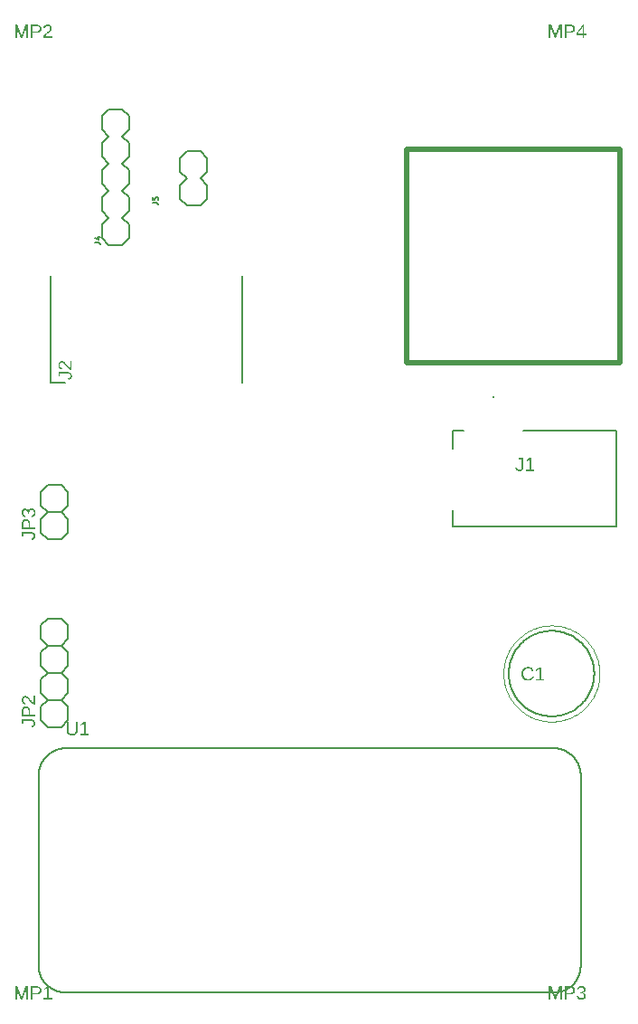
<source format=gbr>
G04 EAGLE Gerber RS-274X export*
G75*
%MOMM*%
%FSLAX34Y34*%
%LPD*%
%INSilkscreen Top*%
%IPPOS*%
%AMOC8*
5,1,8,0,0,1.08239X$1,22.5*%
G01*
G04 Define Apertures*
%ADD10C,0.508000*%
%ADD11C,0.050000*%
%ADD12C,0.200000*%
%ADD13C,0.100000*%
%ADD14C,0.203200*%
%ADD15C,0.127000*%
%ADD16C,0.152400*%
G36*
X913463Y392575D02*
X913005Y392587D01*
X912562Y392623D01*
X912135Y392684D01*
X911724Y392769D01*
X911328Y392878D01*
X910948Y393011D01*
X910584Y393168D01*
X910236Y393350D01*
X909906Y393554D01*
X909595Y393779D01*
X909306Y394025D01*
X909036Y394292D01*
X908787Y394579D01*
X908558Y394887D01*
X908349Y395216D01*
X908160Y395566D01*
X907993Y395934D01*
X907848Y396319D01*
X907725Y396721D01*
X907625Y397139D01*
X907547Y397574D01*
X907491Y398025D01*
X907457Y398493D01*
X907446Y398977D01*
X907453Y399341D01*
X907471Y399695D01*
X907502Y400039D01*
X907546Y400373D01*
X907602Y400697D01*
X907670Y401011D01*
X907751Y401315D01*
X907845Y401609D01*
X907951Y401893D01*
X908069Y402167D01*
X908343Y402685D01*
X908667Y403164D01*
X909040Y403602D01*
X909458Y403994D01*
X909914Y404334D01*
X910156Y404484D01*
X910408Y404621D01*
X910670Y404745D01*
X910941Y404856D01*
X911222Y404955D01*
X911512Y405039D01*
X911812Y405111D01*
X912121Y405170D01*
X912440Y405216D01*
X912769Y405249D01*
X913107Y405268D01*
X913455Y405275D01*
X913937Y405263D01*
X914399Y405227D01*
X914842Y405166D01*
X915263Y405082D01*
X915665Y404974D01*
X916046Y404841D01*
X916407Y404685D01*
X916748Y404504D01*
X917068Y404300D01*
X917365Y404072D01*
X917641Y403821D01*
X917895Y403547D01*
X918127Y403250D01*
X918338Y402929D01*
X918526Y402585D01*
X918692Y402218D01*
X917107Y401692D01*
X916992Y401954D01*
X916860Y402199D01*
X916712Y402429D01*
X916548Y402643D01*
X916367Y402841D01*
X916170Y403023D01*
X915957Y403189D01*
X915727Y403339D01*
X915484Y403473D01*
X915230Y403588D01*
X914965Y403686D01*
X914689Y403766D01*
X914401Y403828D01*
X914103Y403873D01*
X913793Y403899D01*
X913472Y403908D01*
X912974Y403888D01*
X912504Y403826D01*
X912063Y403723D01*
X911650Y403579D01*
X911266Y403393D01*
X910910Y403167D01*
X910583Y402899D01*
X910284Y402590D01*
X910017Y402245D01*
X909786Y401870D01*
X909590Y401464D01*
X909430Y401028D01*
X909306Y400561D01*
X909217Y400064D01*
X909163Y399536D01*
X909145Y398977D01*
X909164Y398424D01*
X909220Y397899D01*
X909312Y397401D01*
X909442Y396931D01*
X909609Y396489D01*
X909813Y396075D01*
X910054Y395688D01*
X910332Y395329D01*
X910642Y395006D01*
X910978Y394726D01*
X911340Y394489D01*
X911728Y394295D01*
X912142Y394144D01*
X912583Y394036D01*
X913050Y393971D01*
X913542Y393950D01*
X913861Y393960D01*
X914170Y393990D01*
X914469Y394040D01*
X914758Y394110D01*
X915037Y394201D01*
X915306Y394311D01*
X915564Y394441D01*
X915813Y394591D01*
X916051Y394762D01*
X916280Y394952D01*
X916498Y395163D01*
X916707Y395393D01*
X916905Y395644D01*
X917093Y395915D01*
X917272Y396205D01*
X917440Y396516D01*
X918806Y395833D01*
X918606Y395446D01*
X918387Y395084D01*
X918148Y394745D01*
X917890Y394429D01*
X917612Y394138D01*
X917316Y393871D01*
X917000Y393627D01*
X916665Y393407D01*
X916313Y393212D01*
X915947Y393043D01*
X915568Y392900D01*
X915175Y392783D01*
X914768Y392692D01*
X914347Y392627D01*
X913912Y392588D01*
X913463Y392575D01*
G37*
G36*
X928573Y392750D02*
X920839Y392750D01*
X920839Y394090D01*
X923984Y394090D01*
X923984Y403584D01*
X921198Y401596D01*
X921198Y403085D01*
X924115Y405091D01*
X925569Y405091D01*
X925569Y394090D01*
X928573Y394090D01*
X928573Y392750D01*
G37*
G36*
X919497Y588700D02*
X911763Y588700D01*
X911763Y590040D01*
X914907Y590040D01*
X914907Y599534D01*
X912122Y597546D01*
X912122Y599035D01*
X915039Y601041D01*
X916493Y601041D01*
X916493Y590040D01*
X919497Y590040D01*
X919497Y588700D01*
G37*
G36*
X905430Y588525D02*
X905049Y588538D01*
X904686Y588575D01*
X904344Y588639D01*
X904022Y588727D01*
X903720Y588841D01*
X903437Y588981D01*
X903175Y589145D01*
X902932Y589335D01*
X902709Y589550D01*
X902507Y589791D01*
X902324Y590057D01*
X902161Y590348D01*
X902018Y590664D01*
X901895Y591006D01*
X901791Y591373D01*
X901708Y591765D01*
X903346Y592037D01*
X903392Y591790D01*
X903449Y591557D01*
X903520Y591338D01*
X903602Y591133D01*
X903697Y590942D01*
X903804Y590764D01*
X903924Y590601D01*
X904055Y590452D01*
X904198Y590318D01*
X904349Y590203D01*
X904509Y590105D01*
X904677Y590025D01*
X904855Y589962D01*
X905041Y589918D01*
X905236Y589891D01*
X905439Y589882D01*
X905661Y589892D01*
X905871Y589922D01*
X906068Y589970D01*
X906254Y590039D01*
X906427Y590127D01*
X906589Y590235D01*
X906738Y590362D01*
X906876Y590509D01*
X906999Y590674D01*
X907106Y590858D01*
X907196Y591060D01*
X907270Y591280D01*
X907327Y591519D01*
X907368Y591776D01*
X907393Y592050D01*
X907401Y592344D01*
X907401Y599674D01*
X905028Y599674D01*
X905028Y601041D01*
X909065Y601041D01*
X909065Y592379D01*
X909050Y591942D01*
X909005Y591529D01*
X908929Y591140D01*
X908822Y590775D01*
X908686Y590434D01*
X908518Y590116D01*
X908321Y589823D01*
X908093Y589554D01*
X907839Y589313D01*
X907562Y589104D01*
X907263Y588927D01*
X906941Y588782D01*
X906597Y588670D01*
X906231Y588589D01*
X905842Y588541D01*
X905430Y588525D01*
G37*
G36*
X449641Y94100D02*
X447968Y94100D01*
X447968Y106441D01*
X453162Y106441D01*
X453666Y106426D01*
X454141Y106380D01*
X454587Y106304D01*
X455004Y106198D01*
X455391Y106061D01*
X455749Y105894D01*
X456077Y105696D01*
X456376Y105469D01*
X456643Y105213D01*
X456875Y104933D01*
X457070Y104627D01*
X457230Y104297D01*
X457355Y103942D01*
X457444Y103562D01*
X457497Y103157D01*
X457515Y102727D01*
X457497Y102300D01*
X457444Y101896D01*
X457354Y101514D01*
X457229Y101155D01*
X457069Y100818D01*
X456872Y100504D01*
X456640Y100212D01*
X456372Y99942D01*
X456074Y99700D01*
X455749Y99490D01*
X455400Y99312D01*
X455024Y99167D01*
X454623Y99054D01*
X454197Y98973D01*
X453745Y98925D01*
X453267Y98908D01*
X449641Y98908D01*
X449641Y94100D01*
G37*
%LPC*%
G36*
X453031Y100231D02*
X453370Y100241D01*
X453688Y100270D01*
X453983Y100318D01*
X454257Y100386D01*
X454509Y100473D01*
X454739Y100580D01*
X454947Y100705D01*
X455133Y100851D01*
X455297Y101015D01*
X455439Y101199D01*
X455560Y101403D01*
X455658Y101625D01*
X455735Y101867D01*
X455790Y102129D01*
X455823Y102409D01*
X455833Y102710D01*
X455822Y102999D01*
X455789Y103270D01*
X455732Y103522D01*
X455654Y103756D01*
X455553Y103971D01*
X455429Y104167D01*
X455284Y104344D01*
X455115Y104503D01*
X454924Y104643D01*
X454711Y104764D01*
X454476Y104867D01*
X454218Y104951D01*
X453937Y105017D01*
X453634Y105063D01*
X453309Y105091D01*
X452961Y105101D01*
X449641Y105101D01*
X449641Y100231D01*
X453031Y100231D01*
G37*
%LPD*%
G36*
X434520Y94100D02*
X433031Y94100D01*
X433031Y106441D01*
X435229Y106441D01*
X438514Y97884D01*
X438686Y97348D01*
X438851Y96776D01*
X439065Y95922D01*
X439174Y96363D01*
X439359Y96986D01*
X439546Y97567D01*
X439661Y97884D01*
X442884Y106441D01*
X445030Y106441D01*
X445030Y94100D01*
X443524Y94100D01*
X443524Y102333D01*
X443543Y103673D01*
X443602Y104961D01*
X443195Y103564D01*
X443008Y102993D01*
X442832Y102508D01*
X439643Y94100D01*
X438470Y94100D01*
X435238Y102508D01*
X434747Y103997D01*
X434458Y104961D01*
X434485Y103988D01*
X434520Y102333D01*
X434520Y94100D01*
G37*
G36*
X467534Y94100D02*
X459801Y94100D01*
X459801Y95440D01*
X462945Y95440D01*
X462945Y104934D01*
X460160Y102946D01*
X460160Y104435D01*
X463076Y106441D01*
X464530Y106441D01*
X464530Y95440D01*
X467534Y95440D01*
X467534Y94100D01*
G37*
G36*
X449641Y994100D02*
X447968Y994100D01*
X447968Y1006441D01*
X453162Y1006441D01*
X453666Y1006426D01*
X454141Y1006380D01*
X454587Y1006304D01*
X455004Y1006198D01*
X455391Y1006061D01*
X455749Y1005894D01*
X456077Y1005696D01*
X456376Y1005469D01*
X456643Y1005213D01*
X456875Y1004933D01*
X457070Y1004627D01*
X457230Y1004297D01*
X457355Y1003942D01*
X457444Y1003562D01*
X457497Y1003157D01*
X457515Y1002727D01*
X457497Y1002300D01*
X457444Y1001896D01*
X457354Y1001514D01*
X457229Y1001155D01*
X457069Y1000818D01*
X456872Y1000504D01*
X456640Y1000212D01*
X456372Y999942D01*
X456074Y999700D01*
X455749Y999490D01*
X455400Y999312D01*
X455024Y999167D01*
X454623Y999054D01*
X454197Y998973D01*
X453745Y998925D01*
X453267Y998908D01*
X449641Y998908D01*
X449641Y994100D01*
G37*
%LPC*%
G36*
X453031Y1000231D02*
X453370Y1000241D01*
X453688Y1000270D01*
X453983Y1000318D01*
X454257Y1000386D01*
X454509Y1000473D01*
X454739Y1000580D01*
X454947Y1000705D01*
X455133Y1000851D01*
X455297Y1001015D01*
X455439Y1001199D01*
X455560Y1001403D01*
X455658Y1001625D01*
X455735Y1001867D01*
X455790Y1002129D01*
X455823Y1002409D01*
X455833Y1002710D01*
X455822Y1002999D01*
X455789Y1003270D01*
X455732Y1003522D01*
X455654Y1003756D01*
X455553Y1003971D01*
X455429Y1004167D01*
X455284Y1004344D01*
X455115Y1004503D01*
X454924Y1004643D01*
X454711Y1004764D01*
X454476Y1004867D01*
X454218Y1004951D01*
X453937Y1005017D01*
X453634Y1005063D01*
X453309Y1005091D01*
X452961Y1005101D01*
X449641Y1005101D01*
X449641Y1000231D01*
X453031Y1000231D01*
G37*
%LPD*%
G36*
X434520Y994100D02*
X433031Y994100D01*
X433031Y1006441D01*
X435229Y1006441D01*
X438514Y997884D01*
X438686Y997348D01*
X438851Y996776D01*
X439065Y995922D01*
X439174Y996363D01*
X439359Y996986D01*
X439546Y997567D01*
X439661Y997884D01*
X442884Y1006441D01*
X445030Y1006441D01*
X445030Y994100D01*
X443524Y994100D01*
X443524Y1002333D01*
X443543Y1003673D01*
X443602Y1004961D01*
X443195Y1003564D01*
X443008Y1002993D01*
X442832Y1002508D01*
X439643Y994100D01*
X438470Y994100D01*
X435238Y1002508D01*
X434747Y1003997D01*
X434458Y1004961D01*
X434485Y1003988D01*
X434520Y1002333D01*
X434520Y994100D01*
G37*
G36*
X467508Y994100D02*
X459336Y994100D01*
X459336Y995212D01*
X459572Y995710D01*
X459832Y996177D01*
X460117Y996614D01*
X460427Y997021D01*
X460753Y997404D01*
X461087Y997768D01*
X461429Y998113D01*
X461780Y998440D01*
X462486Y999052D01*
X463186Y999618D01*
X463848Y1000161D01*
X464443Y1000704D01*
X464710Y1000979D01*
X464950Y1001260D01*
X465163Y1001548D01*
X465349Y1001843D01*
X465501Y1002150D01*
X465609Y1002478D01*
X465674Y1002825D01*
X465695Y1003191D01*
X465686Y1003438D01*
X465658Y1003671D01*
X465611Y1003889D01*
X465546Y1004093D01*
X465463Y1004283D01*
X465360Y1004459D01*
X465239Y1004621D01*
X465100Y1004768D01*
X464943Y1004899D01*
X464773Y1005013D01*
X464588Y1005109D01*
X464388Y1005188D01*
X464174Y1005250D01*
X463945Y1005293D01*
X463702Y1005320D01*
X463444Y1005328D01*
X463198Y1005320D01*
X462963Y1005294D01*
X462739Y1005251D01*
X462526Y1005192D01*
X462324Y1005115D01*
X462133Y1005021D01*
X461953Y1004909D01*
X461784Y1004781D01*
X461630Y1004637D01*
X461492Y1004480D01*
X461371Y1004308D01*
X461267Y1004123D01*
X461179Y1003924D01*
X461109Y1003711D01*
X461055Y1003484D01*
X461018Y1003244D01*
X459407Y1003393D01*
X459464Y1003753D01*
X459551Y1004095D01*
X459665Y1004418D01*
X459808Y1004722D01*
X459980Y1005007D01*
X460179Y1005273D01*
X460407Y1005520D01*
X460663Y1005749D01*
X460943Y1005954D01*
X461243Y1006132D01*
X461561Y1006283D01*
X461899Y1006406D01*
X462257Y1006502D01*
X462633Y1006570D01*
X463029Y1006611D01*
X463444Y1006625D01*
X463897Y1006611D01*
X464323Y1006570D01*
X464722Y1006501D01*
X465094Y1006405D01*
X465439Y1006281D01*
X465757Y1006130D01*
X466048Y1005951D01*
X466313Y1005744D01*
X466548Y1005513D01*
X466751Y1005258D01*
X466924Y1004980D01*
X467065Y1004679D01*
X467174Y1004355D01*
X467253Y1004008D01*
X467300Y1003637D01*
X467316Y1003244D01*
X467295Y1002885D01*
X467233Y1002528D01*
X467131Y1002172D01*
X466987Y1001816D01*
X466803Y1001462D01*
X466579Y1001107D01*
X466315Y1000752D01*
X466010Y1000397D01*
X465613Y999994D01*
X465067Y999493D01*
X464373Y998895D01*
X463532Y998199D01*
X463054Y997797D01*
X462627Y997416D01*
X462253Y997055D01*
X461929Y996714D01*
X461652Y996387D01*
X461417Y996065D01*
X461223Y995750D01*
X461071Y995440D01*
X467508Y995440D01*
X467508Y994100D01*
G37*
G36*
X949641Y94100D02*
X947968Y94100D01*
X947968Y106441D01*
X953162Y106441D01*
X953666Y106426D01*
X954141Y106380D01*
X954587Y106304D01*
X955004Y106198D01*
X955391Y106061D01*
X955749Y105894D01*
X956077Y105696D01*
X956376Y105469D01*
X956643Y105213D01*
X956875Y104933D01*
X957070Y104627D01*
X957230Y104297D01*
X957355Y103942D01*
X957444Y103562D01*
X957497Y103157D01*
X957515Y102727D01*
X957497Y102300D01*
X957444Y101896D01*
X957354Y101514D01*
X957229Y101155D01*
X957069Y100818D01*
X956872Y100504D01*
X956640Y100212D01*
X956372Y99942D01*
X956074Y99700D01*
X955749Y99490D01*
X955400Y99312D01*
X955024Y99167D01*
X954623Y99054D01*
X954197Y98973D01*
X953745Y98925D01*
X953267Y98908D01*
X949641Y98908D01*
X949641Y94100D01*
G37*
%LPC*%
G36*
X953031Y100231D02*
X953370Y100241D01*
X953688Y100270D01*
X953983Y100318D01*
X954257Y100386D01*
X954509Y100473D01*
X954739Y100580D01*
X954947Y100705D01*
X955133Y100851D01*
X955297Y101015D01*
X955439Y101199D01*
X955560Y101403D01*
X955658Y101625D01*
X955735Y101867D01*
X955790Y102129D01*
X955823Y102409D01*
X955833Y102710D01*
X955822Y102999D01*
X955789Y103270D01*
X955732Y103522D01*
X955654Y103756D01*
X955553Y103971D01*
X955429Y104167D01*
X955284Y104344D01*
X955115Y104503D01*
X954924Y104643D01*
X954711Y104764D01*
X954476Y104867D01*
X954218Y104951D01*
X953937Y105017D01*
X953634Y105063D01*
X953309Y105091D01*
X952961Y105101D01*
X949641Y105101D01*
X949641Y100231D01*
X953031Y100231D01*
G37*
%LPD*%
G36*
X934520Y94100D02*
X933031Y94100D01*
X933031Y106441D01*
X935229Y106441D01*
X938514Y97884D01*
X938686Y97348D01*
X938851Y96776D01*
X939065Y95922D01*
X939174Y96363D01*
X939359Y96986D01*
X939546Y97567D01*
X939661Y97884D01*
X942884Y106441D01*
X945030Y106441D01*
X945030Y94100D01*
X943524Y94100D01*
X943524Y102333D01*
X943543Y103673D01*
X943602Y104961D01*
X943195Y103564D01*
X943008Y102993D01*
X942832Y102508D01*
X939643Y94100D01*
X938470Y94100D01*
X935238Y102508D01*
X934747Y103997D01*
X934458Y104961D01*
X934485Y103988D01*
X934520Y102333D01*
X934520Y94100D01*
G37*
G36*
X963435Y93925D02*
X962979Y93938D01*
X962546Y93978D01*
X962136Y94044D01*
X961751Y94136D01*
X961389Y94255D01*
X961050Y94400D01*
X960735Y94572D01*
X960444Y94770D01*
X960179Y94994D01*
X959943Y95243D01*
X959734Y95518D01*
X959554Y95818D01*
X959403Y96143D01*
X959279Y96494D01*
X959184Y96869D01*
X959118Y97271D01*
X960747Y97419D01*
X960794Y97154D01*
X960858Y96906D01*
X960937Y96675D01*
X961033Y96462D01*
X961145Y96265D01*
X961273Y96085D01*
X961416Y95923D01*
X961576Y95777D01*
X961753Y95649D01*
X961945Y95538D01*
X962153Y95444D01*
X962377Y95367D01*
X962618Y95307D01*
X962874Y95264D01*
X963147Y95238D01*
X963435Y95230D01*
X963725Y95239D01*
X963999Y95267D01*
X964257Y95312D01*
X964499Y95377D01*
X964724Y95459D01*
X964934Y95560D01*
X965128Y95679D01*
X965305Y95817D01*
X965465Y95972D01*
X965602Y96146D01*
X965719Y96337D01*
X965815Y96546D01*
X965889Y96773D01*
X965942Y97017D01*
X965974Y97279D01*
X965984Y97560D01*
X965972Y97805D01*
X965936Y98036D01*
X965875Y98253D01*
X965790Y98456D01*
X965681Y98646D01*
X965548Y98822D01*
X965391Y98984D01*
X965209Y99132D01*
X965005Y99264D01*
X964779Y99379D01*
X964531Y99476D01*
X964262Y99555D01*
X963972Y99617D01*
X963660Y99661D01*
X963326Y99688D01*
X962971Y99697D01*
X962078Y99697D01*
X962078Y101063D01*
X962936Y101063D01*
X963251Y101072D01*
X963548Y101098D01*
X963827Y101142D01*
X964087Y101204D01*
X964329Y101284D01*
X964553Y101381D01*
X964759Y101496D01*
X964946Y101628D01*
X965114Y101776D01*
X965259Y101938D01*
X965381Y102113D01*
X965482Y102301D01*
X965560Y102503D01*
X965616Y102719D01*
X965649Y102949D01*
X965660Y103191D01*
X965651Y103432D01*
X965624Y103660D01*
X965578Y103875D01*
X965515Y104077D01*
X965433Y104266D01*
X965333Y104442D01*
X965214Y104605D01*
X965078Y104755D01*
X964923Y104889D01*
X964751Y105006D01*
X964561Y105104D01*
X964354Y105185D01*
X964129Y105248D01*
X963886Y105293D01*
X963626Y105319D01*
X963348Y105328D01*
X963094Y105320D01*
X962852Y105295D01*
X962622Y105253D01*
X962405Y105195D01*
X962201Y105120D01*
X962009Y105028D01*
X961829Y104919D01*
X961662Y104794D01*
X961509Y104654D01*
X961374Y104500D01*
X961255Y104332D01*
X961153Y104150D01*
X961068Y103955D01*
X960999Y103746D01*
X960948Y103524D01*
X960913Y103288D01*
X959328Y103410D01*
X959386Y103779D01*
X959472Y104126D01*
X959587Y104453D01*
X959730Y104759D01*
X959901Y105044D01*
X960100Y105309D01*
X960328Y105552D01*
X960585Y105775D01*
X960865Y105974D01*
X961164Y106147D01*
X961483Y106293D01*
X961821Y106412D01*
X962178Y106505D01*
X962554Y106572D01*
X962950Y106611D01*
X963365Y106625D01*
X963817Y106611D01*
X964242Y106571D01*
X964642Y106503D01*
X965015Y106409D01*
X965363Y106288D01*
X965685Y106139D01*
X965981Y105964D01*
X966251Y105762D01*
X966493Y105536D01*
X966702Y105288D01*
X966878Y105020D01*
X967023Y104730D01*
X967136Y104418D01*
X967216Y104086D01*
X967264Y103733D01*
X967280Y103358D01*
X967270Y103069D01*
X967239Y102794D01*
X967187Y102533D01*
X967115Y102286D01*
X967022Y102053D01*
X966909Y101833D01*
X966774Y101627D01*
X966619Y101435D01*
X966445Y101258D01*
X966251Y101095D01*
X966039Y100947D01*
X965808Y100815D01*
X965558Y100697D01*
X965290Y100594D01*
X965003Y100506D01*
X964697Y100432D01*
X964697Y100397D01*
X965033Y100350D01*
X965350Y100284D01*
X965648Y100197D01*
X965927Y100091D01*
X966187Y99965D01*
X966428Y99819D01*
X966649Y99654D01*
X966851Y99469D01*
X967032Y99268D01*
X967189Y99054D01*
X967321Y98828D01*
X967429Y98589D01*
X967514Y98337D01*
X967574Y98073D01*
X967610Y97796D01*
X967622Y97507D01*
X967605Y97092D01*
X967554Y96701D01*
X967469Y96335D01*
X967351Y95992D01*
X967198Y95673D01*
X967011Y95379D01*
X966791Y95108D01*
X966536Y94862D01*
X966250Y94642D01*
X965935Y94452D01*
X965591Y94291D01*
X965218Y94159D01*
X964816Y94057D01*
X964385Y93983D01*
X963925Y93940D01*
X963435Y93925D01*
G37*
G36*
X949641Y994100D02*
X947968Y994100D01*
X947968Y1006441D01*
X953162Y1006441D01*
X953666Y1006426D01*
X954141Y1006380D01*
X954587Y1006304D01*
X955004Y1006198D01*
X955391Y1006061D01*
X955749Y1005894D01*
X956077Y1005696D01*
X956376Y1005469D01*
X956643Y1005213D01*
X956875Y1004933D01*
X957070Y1004627D01*
X957230Y1004297D01*
X957355Y1003942D01*
X957444Y1003562D01*
X957497Y1003157D01*
X957515Y1002727D01*
X957497Y1002300D01*
X957444Y1001896D01*
X957354Y1001514D01*
X957229Y1001155D01*
X957069Y1000818D01*
X956872Y1000504D01*
X956640Y1000212D01*
X956372Y999942D01*
X956074Y999700D01*
X955749Y999490D01*
X955400Y999312D01*
X955024Y999167D01*
X954623Y999054D01*
X954197Y998973D01*
X953745Y998925D01*
X953267Y998908D01*
X949641Y998908D01*
X949641Y994100D01*
G37*
%LPC*%
G36*
X953031Y1000231D02*
X953370Y1000241D01*
X953688Y1000270D01*
X953983Y1000318D01*
X954257Y1000386D01*
X954509Y1000473D01*
X954739Y1000580D01*
X954947Y1000705D01*
X955133Y1000851D01*
X955297Y1001015D01*
X955439Y1001199D01*
X955560Y1001403D01*
X955658Y1001625D01*
X955735Y1001867D01*
X955790Y1002129D01*
X955823Y1002409D01*
X955833Y1002710D01*
X955822Y1002999D01*
X955789Y1003270D01*
X955732Y1003522D01*
X955654Y1003756D01*
X955553Y1003971D01*
X955429Y1004167D01*
X955284Y1004344D01*
X955115Y1004503D01*
X954924Y1004643D01*
X954711Y1004764D01*
X954476Y1004867D01*
X954218Y1004951D01*
X953937Y1005017D01*
X953634Y1005063D01*
X953309Y1005091D01*
X952961Y1005101D01*
X949641Y1005101D01*
X949641Y1000231D01*
X953031Y1000231D01*
G37*
%LPD*%
G36*
X934520Y994100D02*
X933031Y994100D01*
X933031Y1006441D01*
X935229Y1006441D01*
X938514Y997884D01*
X938686Y997348D01*
X938851Y996776D01*
X939065Y995922D01*
X939174Y996363D01*
X939359Y996986D01*
X939546Y997567D01*
X939661Y997884D01*
X942884Y1006441D01*
X945030Y1006441D01*
X945030Y994100D01*
X943524Y994100D01*
X943524Y1002333D01*
X943543Y1003673D01*
X943602Y1004961D01*
X943195Y1003564D01*
X943008Y1002993D01*
X942832Y1002508D01*
X939643Y994100D01*
X938470Y994100D01*
X935238Y1002508D01*
X934747Y1003997D01*
X934458Y1004961D01*
X934485Y1003988D01*
X934520Y1002333D01*
X934520Y994100D01*
G37*
G36*
X966151Y994100D02*
X964662Y994100D01*
X964662Y996894D01*
X958846Y996894D01*
X958846Y998120D01*
X964495Y1006441D01*
X966151Y1006441D01*
X966151Y998138D01*
X967885Y998138D01*
X967885Y996894D01*
X966151Y996894D01*
X966151Y994100D01*
G37*
%LPC*%
G36*
X964662Y998138D02*
X964662Y1004663D01*
X964416Y1004199D01*
X964075Y1003621D01*
X960913Y998961D01*
X960440Y998313D01*
X960300Y998138D01*
X964662Y998138D01*
G37*
%LPD*%
G36*
X485988Y683587D02*
X484876Y683587D01*
X484378Y683822D01*
X483911Y684083D01*
X483474Y684368D01*
X483067Y684677D01*
X482684Y685003D01*
X482320Y685337D01*
X481975Y685680D01*
X481648Y686030D01*
X481036Y686737D01*
X480470Y687436D01*
X479927Y688098D01*
X479384Y688693D01*
X479109Y688960D01*
X478828Y689200D01*
X478540Y689413D01*
X478245Y689599D01*
X477938Y689751D01*
X477610Y689859D01*
X477263Y689924D01*
X476897Y689945D01*
X476650Y689936D01*
X476417Y689908D01*
X476199Y689862D01*
X475995Y689797D01*
X475805Y689713D01*
X475629Y689610D01*
X475467Y689489D01*
X475320Y689350D01*
X475189Y689194D01*
X475075Y689023D01*
X474979Y688838D01*
X474900Y688638D01*
X474838Y688424D01*
X474795Y688195D01*
X474768Y687952D01*
X474760Y687694D01*
X474768Y687448D01*
X474794Y687213D01*
X474837Y686989D01*
X474896Y686776D01*
X474973Y686574D01*
X475067Y686383D01*
X475179Y686203D01*
X475307Y686035D01*
X475451Y685880D01*
X475608Y685742D01*
X475780Y685621D01*
X475965Y685517D01*
X476164Y685430D01*
X476377Y685359D01*
X476604Y685305D01*
X476844Y685268D01*
X476695Y683657D01*
X476335Y683715D01*
X475993Y683801D01*
X475670Y683916D01*
X475366Y684059D01*
X475081Y684230D01*
X474815Y684429D01*
X474568Y684657D01*
X474339Y684914D01*
X474134Y685194D01*
X473956Y685493D01*
X473805Y685812D01*
X473682Y686150D01*
X473586Y686507D01*
X473518Y686883D01*
X473477Y687279D01*
X473463Y687694D01*
X473477Y688147D01*
X473518Y688573D01*
X473587Y688972D01*
X473683Y689344D01*
X473807Y689689D01*
X473958Y690008D01*
X474137Y690299D01*
X474344Y690563D01*
X474575Y690798D01*
X474830Y691002D01*
X475108Y691174D01*
X475409Y691315D01*
X475733Y691425D01*
X476080Y691503D01*
X476451Y691550D01*
X476844Y691566D01*
X477203Y691545D01*
X477560Y691484D01*
X477916Y691381D01*
X478272Y691237D01*
X478626Y691053D01*
X478981Y690829D01*
X479336Y690565D01*
X479691Y690261D01*
X480094Y689863D01*
X480595Y689317D01*
X481193Y688623D01*
X481889Y687782D01*
X482291Y687304D01*
X482672Y686878D01*
X483033Y686503D01*
X483374Y686179D01*
X483701Y685902D01*
X484023Y685667D01*
X484338Y685473D01*
X484648Y685321D01*
X484648Y691758D01*
X485988Y691758D01*
X485988Y683587D01*
G37*
G36*
X482923Y673996D02*
X482651Y675634D01*
X482898Y675680D01*
X483131Y675737D01*
X483350Y675808D01*
X483555Y675890D01*
X483747Y675985D01*
X483924Y676092D01*
X484087Y676212D01*
X484236Y676343D01*
X484370Y676486D01*
X484485Y676637D01*
X484583Y676797D01*
X484663Y676965D01*
X484726Y677143D01*
X484770Y677329D01*
X484797Y677524D01*
X484806Y677727D01*
X484796Y677949D01*
X484766Y678159D01*
X484718Y678356D01*
X484649Y678542D01*
X484561Y678715D01*
X484453Y678877D01*
X484326Y679026D01*
X484179Y679164D01*
X484014Y679287D01*
X483830Y679394D01*
X483628Y679484D01*
X483408Y679558D01*
X483169Y679615D01*
X482912Y679656D01*
X482638Y679681D01*
X482344Y679689D01*
X475014Y679689D01*
X475014Y677316D01*
X473647Y677316D01*
X473647Y681353D01*
X482309Y681353D01*
X482746Y681338D01*
X483159Y681293D01*
X483548Y681217D01*
X483913Y681110D01*
X484254Y680974D01*
X484572Y680806D01*
X484865Y680609D01*
X485134Y680381D01*
X485375Y680127D01*
X485584Y679850D01*
X485761Y679551D01*
X485906Y679229D01*
X486018Y678885D01*
X486099Y678519D01*
X486147Y678130D01*
X486163Y677718D01*
X486151Y677337D01*
X486113Y676974D01*
X486049Y676632D01*
X485961Y676310D01*
X485847Y676008D01*
X485707Y675725D01*
X485543Y675463D01*
X485353Y675220D01*
X485138Y674997D01*
X484897Y674795D01*
X484631Y674612D01*
X484340Y674449D01*
X484024Y674306D01*
X483682Y674183D01*
X483315Y674079D01*
X482923Y673996D01*
G37*
G36*
X486282Y341127D02*
X485910Y341135D01*
X485549Y341161D01*
X485200Y341204D01*
X484864Y341265D01*
X484539Y341342D01*
X484226Y341437D01*
X483926Y341549D01*
X483637Y341679D01*
X483363Y341824D01*
X483104Y341986D01*
X482861Y342163D01*
X482635Y342355D01*
X482424Y342563D01*
X482228Y342787D01*
X482049Y343026D01*
X481886Y343281D01*
X481740Y343550D01*
X481614Y343832D01*
X481507Y344126D01*
X481419Y344433D01*
X481351Y344753D01*
X481303Y345085D01*
X481274Y345429D01*
X481264Y345786D01*
X481264Y353643D01*
X482937Y353643D01*
X482937Y345927D01*
X482950Y345517D01*
X482990Y345132D01*
X483057Y344773D01*
X483151Y344440D01*
X483272Y344132D01*
X483420Y343849D01*
X483594Y343592D01*
X483795Y343360D01*
X484022Y343155D01*
X484272Y342977D01*
X484546Y342827D01*
X484844Y342703D01*
X485166Y342608D01*
X485511Y342539D01*
X485881Y342498D01*
X486274Y342484D01*
X486678Y342499D01*
X487060Y342541D01*
X487418Y342612D01*
X487753Y342711D01*
X488065Y342839D01*
X488354Y342994D01*
X488619Y343178D01*
X488862Y343391D01*
X489078Y343631D01*
X489266Y343896D01*
X489425Y344188D01*
X489555Y344507D01*
X489656Y344851D01*
X489728Y345221D01*
X489771Y345618D01*
X489786Y346040D01*
X489786Y353643D01*
X491450Y353643D01*
X491450Y345944D01*
X491440Y345576D01*
X491410Y345221D01*
X491361Y344879D01*
X491291Y344549D01*
X491202Y344233D01*
X491093Y343929D01*
X490964Y343638D01*
X490815Y343360D01*
X490648Y343097D01*
X490465Y342849D01*
X490265Y342618D01*
X490049Y342402D01*
X489816Y342203D01*
X489567Y342019D01*
X489301Y341852D01*
X489020Y341701D01*
X488723Y341566D01*
X488413Y341450D01*
X488091Y341351D01*
X487755Y341270D01*
X487406Y341208D01*
X487045Y341163D01*
X486670Y341136D01*
X486282Y341127D01*
G37*
G36*
X501918Y341302D02*
X494184Y341302D01*
X494184Y342642D01*
X497328Y342642D01*
X497328Y352136D01*
X494543Y350148D01*
X494543Y351637D01*
X497460Y353643D01*
X498913Y353643D01*
X498913Y342642D01*
X501918Y342642D01*
X501918Y341302D01*
G37*
G36*
X451712Y358878D02*
X439371Y358878D01*
X439371Y364072D01*
X439386Y364576D01*
X439432Y365051D01*
X439508Y365497D01*
X439614Y365913D01*
X439751Y366301D01*
X439918Y366659D01*
X440116Y366987D01*
X440343Y367286D01*
X440599Y367553D01*
X440879Y367785D01*
X441185Y367980D01*
X441515Y368140D01*
X441870Y368265D01*
X442250Y368354D01*
X442655Y368407D01*
X443085Y368425D01*
X443512Y368407D01*
X443916Y368354D01*
X444298Y368264D01*
X444657Y368139D01*
X444994Y367979D01*
X445308Y367782D01*
X445600Y367550D01*
X445870Y367282D01*
X446112Y366983D01*
X446322Y366659D01*
X446500Y366310D01*
X446645Y365934D01*
X446758Y365533D01*
X446839Y365107D01*
X446887Y364655D01*
X446904Y364177D01*
X446904Y360551D01*
X451712Y360551D01*
X451712Y358878D01*
G37*
%LPC*%
G36*
X445581Y360551D02*
X445581Y363941D01*
X445571Y364280D01*
X445542Y364598D01*
X445494Y364893D01*
X445426Y365167D01*
X445339Y365419D01*
X445232Y365649D01*
X445107Y365857D01*
X444961Y366043D01*
X444797Y366207D01*
X444613Y366349D01*
X444409Y366470D01*
X444187Y366568D01*
X443945Y366645D01*
X443683Y366700D01*
X443403Y366732D01*
X443102Y366743D01*
X442813Y366732D01*
X442542Y366698D01*
X442290Y366642D01*
X442056Y366564D01*
X441841Y366463D01*
X441645Y366339D01*
X441468Y366193D01*
X441309Y366025D01*
X441169Y365834D01*
X441048Y365621D01*
X440945Y365386D01*
X440861Y365127D01*
X440795Y364847D01*
X440749Y364544D01*
X440721Y364218D01*
X440711Y363871D01*
X440711Y360551D01*
X445581Y360551D01*
G37*
%LPD*%
G36*
X451712Y370246D02*
X450600Y370246D01*
X450102Y370482D01*
X449635Y370742D01*
X449198Y371027D01*
X448791Y371337D01*
X448408Y371663D01*
X448044Y371997D01*
X447699Y372339D01*
X447372Y372690D01*
X446760Y373396D01*
X446194Y374096D01*
X445651Y374758D01*
X445108Y375353D01*
X444833Y375619D01*
X444552Y375860D01*
X444264Y376073D01*
X443969Y376259D01*
X443662Y376410D01*
X443334Y376519D01*
X442987Y376583D01*
X442621Y376605D01*
X442374Y376596D01*
X442141Y376568D01*
X441923Y376521D01*
X441719Y376456D01*
X441529Y376372D01*
X441353Y376270D01*
X441191Y376149D01*
X441044Y376010D01*
X440913Y375853D01*
X440799Y375683D01*
X440703Y375498D01*
X440624Y375298D01*
X440562Y375084D01*
X440519Y374855D01*
X440492Y374612D01*
X440484Y374354D01*
X440492Y374108D01*
X440518Y373873D01*
X440561Y373649D01*
X440620Y373436D01*
X440697Y373234D01*
X440791Y373043D01*
X440903Y372863D01*
X441031Y372694D01*
X441175Y372540D01*
X441332Y372402D01*
X441504Y372281D01*
X441689Y372177D01*
X441888Y372089D01*
X442101Y372019D01*
X442328Y371965D01*
X442568Y371928D01*
X442419Y370316D01*
X442059Y370374D01*
X441717Y370461D01*
X441394Y370575D01*
X441090Y370718D01*
X440805Y370890D01*
X440539Y371089D01*
X440292Y371317D01*
X440063Y371573D01*
X439858Y371853D01*
X439680Y372153D01*
X439529Y372471D01*
X439406Y372809D01*
X439310Y373167D01*
X439242Y373543D01*
X439201Y373939D01*
X439187Y374354D01*
X439201Y374807D01*
X439242Y375233D01*
X439311Y375632D01*
X439407Y376004D01*
X439531Y376349D01*
X439682Y376667D01*
X439861Y376958D01*
X440068Y377223D01*
X440299Y377458D01*
X440554Y377661D01*
X440832Y377834D01*
X441133Y377975D01*
X441457Y378084D01*
X441804Y378163D01*
X442175Y378210D01*
X442568Y378225D01*
X442927Y378205D01*
X443284Y378143D01*
X443640Y378041D01*
X443996Y377897D01*
X444350Y377713D01*
X444705Y377489D01*
X445060Y377224D01*
X445415Y376920D01*
X445818Y376522D01*
X446319Y375977D01*
X446917Y375283D01*
X447613Y374442D01*
X448015Y373964D01*
X448396Y373537D01*
X448757Y373162D01*
X449098Y372839D01*
X449425Y372562D01*
X449747Y372327D01*
X450062Y372133D01*
X450372Y371981D01*
X450372Y378418D01*
X451712Y378418D01*
X451712Y370246D01*
G37*
G36*
X448647Y348718D02*
X448375Y350356D01*
X448622Y350402D01*
X448855Y350460D01*
X449074Y350530D01*
X449279Y350612D01*
X449471Y350707D01*
X449648Y350814D01*
X449811Y350934D01*
X449960Y351066D01*
X450094Y351208D01*
X450209Y351359D01*
X450307Y351519D01*
X450387Y351687D01*
X450450Y351865D01*
X450494Y352051D01*
X450521Y352246D01*
X450530Y352449D01*
X450520Y352671D01*
X450490Y352881D01*
X450442Y353078D01*
X450373Y353264D01*
X450285Y353437D01*
X450177Y353599D01*
X450050Y353748D01*
X449903Y353886D01*
X449738Y354009D01*
X449554Y354116D01*
X449352Y354206D01*
X449132Y354280D01*
X448893Y354337D01*
X448636Y354378D01*
X448362Y354403D01*
X448068Y354411D01*
X440738Y354411D01*
X440738Y352038D01*
X439371Y352038D01*
X439371Y356075D01*
X448033Y356075D01*
X448470Y356060D01*
X448883Y356015D01*
X449272Y355939D01*
X449637Y355832D01*
X449978Y355696D01*
X450296Y355529D01*
X450589Y355331D01*
X450858Y355103D01*
X451099Y354849D01*
X451308Y354572D01*
X451485Y354273D01*
X451630Y353952D01*
X451742Y353607D01*
X451823Y353241D01*
X451871Y352852D01*
X451887Y352441D01*
X451875Y352059D01*
X451837Y351697D01*
X451773Y351354D01*
X451685Y351032D01*
X451571Y350730D01*
X451431Y350447D01*
X451267Y350185D01*
X451077Y349942D01*
X450862Y349720D01*
X450621Y349517D01*
X450355Y349334D01*
X450064Y349171D01*
X449748Y349028D01*
X449406Y348905D01*
X449039Y348802D01*
X448647Y348718D01*
G37*
G36*
X451712Y534278D02*
X439371Y534278D01*
X439371Y539472D01*
X439386Y539976D01*
X439432Y540451D01*
X439508Y540897D01*
X439614Y541313D01*
X439751Y541701D01*
X439918Y542059D01*
X440116Y542387D01*
X440343Y542686D01*
X440599Y542953D01*
X440879Y543185D01*
X441185Y543380D01*
X441515Y543540D01*
X441870Y543665D01*
X442250Y543754D01*
X442655Y543807D01*
X443085Y543825D01*
X443512Y543807D01*
X443916Y543754D01*
X444298Y543664D01*
X444657Y543539D01*
X444994Y543379D01*
X445308Y543182D01*
X445600Y542950D01*
X445870Y542682D01*
X446112Y542383D01*
X446322Y542059D01*
X446500Y541710D01*
X446645Y541334D01*
X446758Y540933D01*
X446839Y540507D01*
X446887Y540055D01*
X446904Y539577D01*
X446904Y535951D01*
X451712Y535951D01*
X451712Y534278D01*
G37*
%LPC*%
G36*
X445581Y535951D02*
X445581Y539341D01*
X445571Y539680D01*
X445542Y539998D01*
X445494Y540293D01*
X445426Y540567D01*
X445339Y540819D01*
X445232Y541049D01*
X445107Y541257D01*
X444961Y541443D01*
X444797Y541607D01*
X444613Y541749D01*
X444409Y541870D01*
X444187Y541968D01*
X443945Y542045D01*
X443683Y542100D01*
X443403Y542132D01*
X443102Y542143D01*
X442813Y542132D01*
X442542Y542098D01*
X442290Y542042D01*
X442056Y541964D01*
X441841Y541863D01*
X441645Y541739D01*
X441468Y541593D01*
X441309Y541425D01*
X441169Y541234D01*
X441048Y541021D01*
X440945Y540786D01*
X440861Y540527D01*
X440795Y540247D01*
X440749Y539944D01*
X440721Y539618D01*
X440711Y539271D01*
X440711Y535951D01*
X445581Y535951D01*
G37*
%LPD*%
G36*
X448541Y545427D02*
X448393Y547057D01*
X448658Y547104D01*
X448906Y547167D01*
X449137Y547247D01*
X449351Y547343D01*
X449547Y547455D01*
X449727Y547582D01*
X449889Y547726D01*
X450035Y547886D01*
X450163Y548062D01*
X450274Y548255D01*
X450368Y548463D01*
X450445Y548687D01*
X450505Y548928D01*
X450548Y549184D01*
X450574Y549457D01*
X450582Y549745D01*
X450573Y550035D01*
X450546Y550309D01*
X450500Y550567D01*
X450435Y550808D01*
X450353Y551034D01*
X450252Y551244D01*
X450133Y551438D01*
X449995Y551615D01*
X449840Y551774D01*
X449666Y551912D01*
X449475Y552029D01*
X449266Y552124D01*
X449039Y552199D01*
X448795Y552252D01*
X448533Y552284D01*
X448252Y552294D01*
X448008Y552282D01*
X447776Y552246D01*
X447559Y552185D01*
X447356Y552100D01*
X447166Y551991D01*
X446990Y551858D01*
X446828Y551701D01*
X446680Y551519D01*
X446548Y551314D01*
X446433Y551088D01*
X446336Y550841D01*
X446257Y550572D01*
X446195Y550281D01*
X446151Y549970D01*
X446124Y549636D01*
X446115Y549281D01*
X446115Y548388D01*
X444749Y548388D01*
X444749Y549246D01*
X444740Y549561D01*
X444714Y549858D01*
X444670Y550136D01*
X444608Y550397D01*
X444528Y550639D01*
X444431Y550863D01*
X444316Y551069D01*
X444184Y551256D01*
X444036Y551424D01*
X443875Y551569D01*
X443699Y551691D01*
X443511Y551792D01*
X443309Y551870D01*
X443093Y551925D01*
X442864Y551959D01*
X442621Y551970D01*
X442380Y551961D01*
X442152Y551934D01*
X441937Y551888D01*
X441735Y551824D01*
X441546Y551743D01*
X441370Y551642D01*
X441207Y551524D01*
X441057Y551388D01*
X440923Y551233D01*
X440806Y551061D01*
X440708Y550871D01*
X440627Y550664D01*
X440564Y550439D01*
X440519Y550196D01*
X440493Y549936D01*
X440484Y549658D01*
X440492Y549403D01*
X440517Y549162D01*
X440559Y548932D01*
X440617Y548715D01*
X440692Y548511D01*
X440784Y548319D01*
X440893Y548139D01*
X441018Y547972D01*
X441158Y547819D01*
X441312Y547684D01*
X441480Y547565D01*
X441662Y547463D01*
X441857Y547377D01*
X442066Y547309D01*
X442288Y547258D01*
X442524Y547223D01*
X442402Y545638D01*
X442033Y545696D01*
X441686Y545782D01*
X441359Y545896D01*
X441053Y546039D01*
X440768Y546211D01*
X440503Y546410D01*
X440260Y546638D01*
X440037Y546894D01*
X439838Y547175D01*
X439665Y547474D01*
X439519Y547793D01*
X439400Y548131D01*
X439307Y548488D01*
X439240Y548864D01*
X439201Y549260D01*
X439187Y549675D01*
X439201Y550127D01*
X439241Y550552D01*
X439309Y550952D01*
X439403Y551325D01*
X439524Y551673D01*
X439673Y551995D01*
X439848Y552291D01*
X440050Y552561D01*
X440276Y552802D01*
X440524Y553011D01*
X440793Y553188D01*
X441082Y553333D01*
X441394Y553446D01*
X441726Y553526D01*
X442079Y553574D01*
X442454Y553590D01*
X442743Y553580D01*
X443018Y553549D01*
X443279Y553497D01*
X443526Y553425D01*
X443759Y553332D01*
X443979Y553218D01*
X444185Y553084D01*
X444377Y552929D01*
X444554Y552754D01*
X444717Y552561D01*
X444865Y552349D01*
X444998Y552118D01*
X445115Y551868D01*
X445218Y551600D01*
X445306Y551313D01*
X445380Y551007D01*
X445415Y551007D01*
X445462Y551343D01*
X445528Y551660D01*
X445615Y551958D01*
X445721Y552237D01*
X445847Y552497D01*
X445993Y552738D01*
X446158Y552959D01*
X446343Y553161D01*
X446544Y553342D01*
X446758Y553498D01*
X446984Y553631D01*
X447223Y553739D01*
X447475Y553824D01*
X447739Y553884D01*
X448016Y553920D01*
X448305Y553932D01*
X448720Y553915D01*
X449111Y553864D01*
X449478Y553779D01*
X449820Y553660D01*
X450139Y553508D01*
X450433Y553321D01*
X450704Y553100D01*
X450950Y552846D01*
X451170Y552560D01*
X451360Y552245D01*
X451521Y551901D01*
X451653Y551528D01*
X451755Y551126D01*
X451829Y550695D01*
X451873Y550234D01*
X451887Y549745D01*
X451874Y549289D01*
X451834Y548856D01*
X451768Y548446D01*
X451676Y548060D01*
X451557Y547698D01*
X451412Y547360D01*
X451240Y547045D01*
X451042Y546754D01*
X450818Y546489D01*
X450569Y546253D01*
X450294Y546044D01*
X449994Y545864D01*
X449669Y545713D01*
X449318Y545589D01*
X448943Y545494D01*
X448541Y545427D01*
G37*
G36*
X448647Y524118D02*
X448375Y525756D01*
X448622Y525802D01*
X448855Y525860D01*
X449074Y525930D01*
X449279Y526012D01*
X449471Y526107D01*
X449648Y526214D01*
X449811Y526334D01*
X449960Y526466D01*
X450094Y526608D01*
X450209Y526759D01*
X450307Y526919D01*
X450387Y527087D01*
X450450Y527265D01*
X450494Y527451D01*
X450521Y527646D01*
X450530Y527849D01*
X450520Y528071D01*
X450490Y528281D01*
X450442Y528478D01*
X450373Y528664D01*
X450285Y528837D01*
X450177Y528999D01*
X450050Y529148D01*
X449903Y529286D01*
X449738Y529409D01*
X449554Y529516D01*
X449352Y529606D01*
X449132Y529680D01*
X448893Y529737D01*
X448636Y529778D01*
X448362Y529803D01*
X448068Y529811D01*
X440738Y529811D01*
X440738Y527438D01*
X439371Y527438D01*
X439371Y531475D01*
X448033Y531475D01*
X448470Y531460D01*
X448883Y531415D01*
X449272Y531339D01*
X449637Y531232D01*
X449978Y531096D01*
X450296Y530929D01*
X450589Y530731D01*
X450858Y530503D01*
X451099Y530249D01*
X451308Y529972D01*
X451485Y529673D01*
X451630Y529352D01*
X451742Y529007D01*
X451823Y528641D01*
X451871Y528252D01*
X451887Y527841D01*
X451875Y527459D01*
X451837Y527097D01*
X451773Y526754D01*
X451685Y526432D01*
X451571Y526130D01*
X451431Y525847D01*
X451267Y525585D01*
X451077Y525342D01*
X450862Y525120D01*
X450621Y524917D01*
X450355Y524734D01*
X450064Y524571D01*
X449748Y524428D01*
X449406Y524305D01*
X449039Y524202D01*
X448647Y524118D01*
G37*
D10*
X1000000Y890000D02*
X800000Y890000D01*
X800000Y690000D01*
X1000000Y690000D01*
X1000000Y890000D01*
D11*
X890500Y399100D02*
X890514Y400204D01*
X890554Y401308D01*
X890622Y402410D01*
X890717Y403511D01*
X890838Y404608D01*
X890987Y405703D01*
X891163Y406793D01*
X891365Y407879D01*
X891593Y408960D01*
X891849Y410034D01*
X892130Y411102D01*
X892438Y412163D01*
X892771Y413216D01*
X893131Y414260D01*
X893515Y415295D01*
X893925Y416321D01*
X894361Y417336D01*
X894820Y418340D01*
X895305Y419333D01*
X895814Y420313D01*
X896346Y421280D01*
X896902Y422235D01*
X897482Y423175D01*
X898084Y424101D01*
X898709Y425011D01*
X899356Y425906D01*
X900024Y426785D01*
X900715Y427648D01*
X901426Y428493D01*
X902157Y429320D01*
X902909Y430129D01*
X903680Y430920D01*
X904471Y431691D01*
X905280Y432443D01*
X906107Y433174D01*
X906952Y433885D01*
X907815Y434576D01*
X908694Y435244D01*
X909589Y435891D01*
X910499Y436516D01*
X911425Y437118D01*
X912365Y437698D01*
X913320Y438254D01*
X914287Y438786D01*
X915267Y439295D01*
X916260Y439780D01*
X917264Y440239D01*
X918279Y440675D01*
X919305Y441085D01*
X920340Y441469D01*
X921384Y441829D01*
X922437Y442162D01*
X923498Y442470D01*
X924566Y442751D01*
X925640Y443007D01*
X926721Y443235D01*
X927807Y443437D01*
X928897Y443613D01*
X929992Y443762D01*
X931089Y443883D01*
X932190Y443978D01*
X933292Y444046D01*
X934396Y444086D01*
X935500Y444100D01*
X936604Y444086D01*
X937708Y444046D01*
X938810Y443978D01*
X939911Y443883D01*
X941008Y443762D01*
X942103Y443613D01*
X943193Y443437D01*
X944279Y443235D01*
X945360Y443007D01*
X946434Y442751D01*
X947502Y442470D01*
X948563Y442162D01*
X949616Y441829D01*
X950660Y441469D01*
X951695Y441085D01*
X952721Y440675D01*
X953736Y440239D01*
X954740Y439780D01*
X955733Y439295D01*
X956713Y438786D01*
X957680Y438254D01*
X958635Y437698D01*
X959575Y437118D01*
X960501Y436516D01*
X961411Y435891D01*
X962306Y435244D01*
X963185Y434576D01*
X964048Y433885D01*
X964893Y433174D01*
X965720Y432443D01*
X966529Y431691D01*
X967320Y430920D01*
X968091Y430129D01*
X968843Y429320D01*
X969574Y428493D01*
X970285Y427648D01*
X970976Y426785D01*
X971644Y425906D01*
X972291Y425011D01*
X972916Y424101D01*
X973518Y423175D01*
X974098Y422235D01*
X974654Y421280D01*
X975186Y420313D01*
X975695Y419333D01*
X976180Y418340D01*
X976639Y417336D01*
X977075Y416321D01*
X977485Y415295D01*
X977869Y414260D01*
X978229Y413216D01*
X978562Y412163D01*
X978870Y411102D01*
X979151Y410034D01*
X979407Y408960D01*
X979635Y407879D01*
X979837Y406793D01*
X980013Y405703D01*
X980162Y404608D01*
X980283Y403511D01*
X980378Y402410D01*
X980446Y401308D01*
X980486Y400204D01*
X980500Y399100D01*
X980486Y397996D01*
X980446Y396892D01*
X980378Y395790D01*
X980283Y394689D01*
X980162Y393592D01*
X980013Y392497D01*
X979837Y391407D01*
X979635Y390321D01*
X979407Y389240D01*
X979151Y388166D01*
X978870Y387098D01*
X978562Y386037D01*
X978229Y384984D01*
X977869Y383940D01*
X977485Y382905D01*
X977075Y381879D01*
X976639Y380864D01*
X976180Y379860D01*
X975695Y378867D01*
X975186Y377887D01*
X974654Y376920D01*
X974098Y375965D01*
X973518Y375025D01*
X972916Y374099D01*
X972291Y373189D01*
X971644Y372294D01*
X970976Y371415D01*
X970285Y370552D01*
X969574Y369707D01*
X968843Y368880D01*
X968091Y368071D01*
X967320Y367280D01*
X966529Y366509D01*
X965720Y365757D01*
X964893Y365026D01*
X964048Y364315D01*
X963185Y363624D01*
X962306Y362956D01*
X961411Y362309D01*
X960501Y361684D01*
X959575Y361082D01*
X958635Y360502D01*
X957680Y359946D01*
X956713Y359414D01*
X955733Y358905D01*
X954740Y358420D01*
X953736Y357961D01*
X952721Y357525D01*
X951695Y357115D01*
X950660Y356731D01*
X949616Y356371D01*
X948563Y356038D01*
X947502Y355730D01*
X946434Y355449D01*
X945360Y355193D01*
X944279Y354965D01*
X943193Y354763D01*
X942103Y354587D01*
X941008Y354438D01*
X939911Y354317D01*
X938810Y354222D01*
X937708Y354154D01*
X936604Y354114D01*
X935500Y354100D01*
X934396Y354114D01*
X933292Y354154D01*
X932190Y354222D01*
X931089Y354317D01*
X929992Y354438D01*
X928897Y354587D01*
X927807Y354763D01*
X926721Y354965D01*
X925640Y355193D01*
X924566Y355449D01*
X923498Y355730D01*
X922437Y356038D01*
X921384Y356371D01*
X920340Y356731D01*
X919305Y357115D01*
X918279Y357525D01*
X917264Y357961D01*
X916260Y358420D01*
X915267Y358905D01*
X914287Y359414D01*
X913320Y359946D01*
X912365Y360502D01*
X911425Y361082D01*
X910499Y361684D01*
X909589Y362309D01*
X908694Y362956D01*
X907815Y363624D01*
X906952Y364315D01*
X906107Y365026D01*
X905280Y365757D01*
X904471Y366509D01*
X903680Y367280D01*
X902909Y368071D01*
X902157Y368880D01*
X901426Y369707D01*
X900715Y370552D01*
X900024Y371415D01*
X899356Y372294D01*
X898709Y373189D01*
X898084Y374099D01*
X897482Y375025D01*
X896902Y375965D01*
X896346Y376920D01*
X895814Y377887D01*
X895305Y378867D01*
X894820Y379860D01*
X894361Y380864D01*
X893925Y381879D01*
X893515Y382905D01*
X893131Y383940D01*
X892771Y384984D01*
X892438Y386037D01*
X892130Y387098D01*
X891849Y388166D01*
X891593Y389240D01*
X891365Y390321D01*
X891163Y391407D01*
X890987Y392497D01*
X890838Y393592D01*
X890717Y394689D01*
X890622Y395790D01*
X890554Y396892D01*
X890514Y397996D01*
X890500Y399100D01*
D12*
X895500Y399100D02*
X895512Y400082D01*
X895548Y401063D01*
X895608Y402043D01*
X895693Y403021D01*
X895801Y403996D01*
X895933Y404969D01*
X896089Y405938D01*
X896269Y406904D01*
X896472Y407864D01*
X896699Y408819D01*
X896949Y409769D01*
X897222Y410711D01*
X897519Y411647D01*
X897838Y412576D01*
X898180Y413496D01*
X898545Y414407D01*
X898932Y415310D01*
X899340Y416202D01*
X899771Y417084D01*
X900223Y417956D01*
X900697Y418816D01*
X901191Y419664D01*
X901706Y420500D01*
X902241Y421323D01*
X902797Y422132D01*
X903372Y422928D01*
X903966Y423709D01*
X904580Y424476D01*
X905212Y425227D01*
X905862Y425962D01*
X906530Y426682D01*
X907216Y427384D01*
X907918Y428070D01*
X908638Y428738D01*
X909373Y429388D01*
X910124Y430020D01*
X910891Y430634D01*
X911672Y431228D01*
X912468Y431803D01*
X913277Y432359D01*
X914100Y432894D01*
X914936Y433409D01*
X915784Y433903D01*
X916644Y434377D01*
X917516Y434829D01*
X918398Y435260D01*
X919290Y435668D01*
X920193Y436055D01*
X921104Y436420D01*
X922024Y436762D01*
X922953Y437081D01*
X923889Y437378D01*
X924831Y437651D01*
X925781Y437901D01*
X926736Y438128D01*
X927696Y438331D01*
X928662Y438511D01*
X929631Y438667D01*
X930604Y438799D01*
X931579Y438907D01*
X932557Y438992D01*
X933537Y439052D01*
X934518Y439088D01*
X935500Y439100D01*
X936482Y439088D01*
X937463Y439052D01*
X938443Y438992D01*
X939421Y438907D01*
X940396Y438799D01*
X941369Y438667D01*
X942338Y438511D01*
X943304Y438331D01*
X944264Y438128D01*
X945219Y437901D01*
X946169Y437651D01*
X947111Y437378D01*
X948047Y437081D01*
X948976Y436762D01*
X949896Y436420D01*
X950807Y436055D01*
X951710Y435668D01*
X952602Y435260D01*
X953484Y434829D01*
X954356Y434377D01*
X955216Y433903D01*
X956064Y433409D01*
X956900Y432894D01*
X957723Y432359D01*
X958532Y431803D01*
X959328Y431228D01*
X960109Y430634D01*
X960876Y430020D01*
X961627Y429388D01*
X962362Y428738D01*
X963082Y428070D01*
X963784Y427384D01*
X964470Y426682D01*
X965138Y425962D01*
X965788Y425227D01*
X966420Y424476D01*
X967034Y423709D01*
X967628Y422928D01*
X968203Y422132D01*
X968759Y421323D01*
X969294Y420500D01*
X969809Y419664D01*
X970303Y418816D01*
X970777Y417956D01*
X971229Y417084D01*
X971660Y416202D01*
X972068Y415310D01*
X972455Y414407D01*
X972820Y413496D01*
X973162Y412576D01*
X973481Y411647D01*
X973778Y410711D01*
X974051Y409769D01*
X974301Y408819D01*
X974528Y407864D01*
X974731Y406904D01*
X974911Y405938D01*
X975067Y404969D01*
X975199Y403996D01*
X975307Y403021D01*
X975392Y402043D01*
X975452Y401063D01*
X975488Y400082D01*
X975500Y399100D01*
X975488Y398118D01*
X975452Y397137D01*
X975392Y396157D01*
X975307Y395179D01*
X975199Y394204D01*
X975067Y393231D01*
X974911Y392262D01*
X974731Y391296D01*
X974528Y390336D01*
X974301Y389381D01*
X974051Y388431D01*
X973778Y387489D01*
X973481Y386553D01*
X973162Y385624D01*
X972820Y384704D01*
X972455Y383793D01*
X972068Y382890D01*
X971660Y381998D01*
X971229Y381116D01*
X970777Y380244D01*
X970303Y379384D01*
X969809Y378536D01*
X969294Y377700D01*
X968759Y376877D01*
X968203Y376068D01*
X967628Y375272D01*
X967034Y374491D01*
X966420Y373724D01*
X965788Y372973D01*
X965138Y372238D01*
X964470Y371518D01*
X963784Y370816D01*
X963082Y370130D01*
X962362Y369462D01*
X961627Y368812D01*
X960876Y368180D01*
X960109Y367566D01*
X959328Y366972D01*
X958532Y366397D01*
X957723Y365841D01*
X956900Y365306D01*
X956064Y364791D01*
X955216Y364297D01*
X954356Y363823D01*
X953484Y363371D01*
X952602Y362940D01*
X951710Y362532D01*
X950807Y362145D01*
X949896Y361780D01*
X948976Y361438D01*
X948047Y361119D01*
X947111Y360822D01*
X946169Y360549D01*
X945219Y360299D01*
X944264Y360072D01*
X943304Y359869D01*
X942338Y359689D01*
X941369Y359533D01*
X940396Y359401D01*
X939421Y359293D01*
X938443Y359208D01*
X937463Y359148D01*
X936482Y359112D01*
X935500Y359100D01*
X934518Y359112D01*
X933537Y359148D01*
X932557Y359208D01*
X931579Y359293D01*
X930604Y359401D01*
X929631Y359533D01*
X928662Y359689D01*
X927696Y359869D01*
X926736Y360072D01*
X925781Y360299D01*
X924831Y360549D01*
X923889Y360822D01*
X922953Y361119D01*
X922024Y361438D01*
X921104Y361780D01*
X920193Y362145D01*
X919290Y362532D01*
X918398Y362940D01*
X917516Y363371D01*
X916644Y363823D01*
X915784Y364297D01*
X914936Y364791D01*
X914100Y365306D01*
X913277Y365841D01*
X912468Y366397D01*
X911672Y366972D01*
X910891Y367566D01*
X910124Y368180D01*
X909373Y368812D01*
X908638Y369462D01*
X907918Y370130D01*
X907216Y370816D01*
X906530Y371518D01*
X905862Y372238D01*
X905212Y372973D01*
X904580Y373724D01*
X903966Y374491D01*
X903372Y375272D01*
X902797Y376068D01*
X902241Y376877D01*
X901706Y377700D01*
X901191Y378536D01*
X900697Y379384D01*
X900223Y380244D01*
X899771Y381116D01*
X899340Y381998D01*
X898932Y382890D01*
X898545Y383793D01*
X898180Y384704D01*
X897838Y385624D01*
X897519Y386553D01*
X897222Y387489D01*
X896949Y388431D01*
X896699Y389381D01*
X896472Y390336D01*
X896269Y391296D01*
X896089Y392262D01*
X895933Y393231D01*
X895801Y394204D01*
X895693Y395179D01*
X895608Y396157D01*
X895548Y397137D01*
X895512Y398118D01*
X895500Y399100D01*
X909200Y626700D02*
X995900Y626700D01*
X995900Y536700D01*
X842900Y536700D01*
X842900Y551700D01*
X842900Y626700D02*
X853100Y626700D01*
X842900Y626700D02*
X842900Y609200D01*
D13*
X880400Y657700D02*
X880444Y657702D01*
X880487Y657708D01*
X880529Y657717D01*
X880571Y657730D01*
X880611Y657747D01*
X880650Y657767D01*
X880687Y657790D01*
X880721Y657817D01*
X880754Y657846D01*
X880783Y657879D01*
X880810Y657913D01*
X880833Y657950D01*
X880853Y657989D01*
X880870Y658029D01*
X880883Y658071D01*
X880892Y658113D01*
X880898Y658156D01*
X880900Y658200D01*
X880898Y658244D01*
X880892Y658287D01*
X880883Y658329D01*
X880870Y658371D01*
X880853Y658411D01*
X880833Y658450D01*
X880810Y658487D01*
X880783Y658521D01*
X880754Y658554D01*
X880721Y658583D01*
X880687Y658610D01*
X880650Y658633D01*
X880611Y658653D01*
X880571Y658670D01*
X880529Y658683D01*
X880487Y658692D01*
X880444Y658698D01*
X880400Y658700D01*
X880356Y658698D01*
X880313Y658692D01*
X880271Y658683D01*
X880229Y658670D01*
X880189Y658653D01*
X880150Y658633D01*
X880113Y658610D01*
X880079Y658583D01*
X880046Y658554D01*
X880017Y658521D01*
X879990Y658487D01*
X879967Y658450D01*
X879947Y658411D01*
X879930Y658371D01*
X879917Y658329D01*
X879908Y658287D01*
X879902Y658244D01*
X879900Y658200D01*
X879902Y658156D01*
X879908Y658113D01*
X879917Y658071D01*
X879930Y658029D01*
X879947Y657989D01*
X879967Y657950D01*
X879990Y657913D01*
X880017Y657879D01*
X880046Y657846D01*
X880079Y657817D01*
X880113Y657790D01*
X880150Y657767D01*
X880189Y657747D01*
X880229Y657730D01*
X880271Y657717D01*
X880313Y657708D01*
X880356Y657702D01*
X880400Y657700D01*
D12*
X645738Y671288D02*
X645738Y771288D01*
X465938Y771288D02*
X465938Y671288D01*
X479638Y671288D01*
D14*
X587300Y843650D02*
X587300Y856350D01*
X593650Y862700D01*
X606350Y862700D02*
X612700Y856350D01*
X593650Y862700D02*
X587300Y869050D01*
X587300Y881750D01*
X593650Y888100D01*
X606350Y888100D02*
X612700Y881750D01*
X612700Y869050D01*
X606350Y862700D01*
X606350Y837300D02*
X593650Y837300D01*
X587300Y843650D01*
X606350Y837300D02*
X612700Y843650D01*
X612700Y856350D01*
X606350Y888100D02*
X593650Y888100D01*
D15*
X565593Y839544D02*
X561839Y839544D01*
X565593Y839543D02*
X565658Y839541D01*
X565722Y839535D01*
X565786Y839525D01*
X565850Y839512D01*
X565912Y839494D01*
X565973Y839473D01*
X566033Y839449D01*
X566091Y839420D01*
X566148Y839388D01*
X566202Y839353D01*
X566254Y839315D01*
X566304Y839273D01*
X566351Y839229D01*
X566395Y839182D01*
X566437Y839132D01*
X566475Y839080D01*
X566510Y839026D01*
X566542Y838969D01*
X566571Y838911D01*
X566595Y838851D01*
X566616Y838790D01*
X566634Y838728D01*
X566647Y838664D01*
X566657Y838600D01*
X566663Y838536D01*
X566665Y838471D01*
X566665Y837935D01*
X566665Y842492D02*
X566665Y844100D01*
X566663Y844165D01*
X566657Y844229D01*
X566647Y844293D01*
X566634Y844357D01*
X566616Y844419D01*
X566595Y844480D01*
X566571Y844540D01*
X566542Y844598D01*
X566510Y844655D01*
X566475Y844709D01*
X566437Y844761D01*
X566395Y844811D01*
X566351Y844858D01*
X566304Y844902D01*
X566254Y844944D01*
X566202Y844982D01*
X566148Y845017D01*
X566091Y845049D01*
X566033Y845078D01*
X565973Y845102D01*
X565912Y845123D01*
X565850Y845141D01*
X565786Y845154D01*
X565722Y845164D01*
X565658Y845170D01*
X565593Y845172D01*
X565593Y845173D02*
X565056Y845173D01*
X565056Y845172D02*
X564991Y845170D01*
X564927Y845164D01*
X564863Y845154D01*
X564799Y845141D01*
X564737Y845123D01*
X564676Y845102D01*
X564616Y845078D01*
X564558Y845049D01*
X564501Y845017D01*
X564447Y844982D01*
X564395Y844944D01*
X564345Y844902D01*
X564298Y844858D01*
X564254Y844811D01*
X564212Y844761D01*
X564174Y844709D01*
X564139Y844655D01*
X564107Y844598D01*
X564078Y844540D01*
X564054Y844480D01*
X564033Y844419D01*
X564015Y844357D01*
X564002Y844293D01*
X563992Y844229D01*
X563986Y844165D01*
X563984Y844100D01*
X563984Y842492D01*
X561839Y842492D01*
X561839Y845173D01*
X454880Y126002D02*
X454887Y125388D01*
X454910Y124775D01*
X454947Y124162D01*
X454999Y123551D01*
X455065Y122940D01*
X455147Y122332D01*
X455243Y121726D01*
X455353Y121122D01*
X455478Y120521D01*
X455618Y119923D01*
X455772Y119329D01*
X455941Y118739D01*
X456123Y118153D01*
X456320Y117572D01*
X456531Y116995D01*
X456755Y116424D01*
X456993Y115858D01*
X457245Y115298D01*
X457511Y114745D01*
X457789Y114198D01*
X458081Y113658D01*
X458386Y113125D01*
X458704Y112600D01*
X459034Y112082D01*
X459376Y111573D01*
X459731Y111072D01*
X460098Y110580D01*
X460476Y110097D01*
X460866Y109623D01*
X461268Y109159D01*
X461680Y108704D01*
X462104Y108260D01*
X462538Y107826D01*
X462982Y107402D01*
X463437Y106990D01*
X463901Y106588D01*
X464375Y106198D01*
X464858Y105820D01*
X465350Y105453D01*
X465851Y105098D01*
X466360Y104756D01*
X466878Y104426D01*
X467403Y104108D01*
X467936Y103803D01*
X468476Y103511D01*
X469023Y103233D01*
X469576Y102967D01*
X470136Y102715D01*
X470702Y102477D01*
X471273Y102253D01*
X471850Y102042D01*
X472431Y101845D01*
X473017Y101663D01*
X473607Y101494D01*
X474201Y101340D01*
X474799Y101200D01*
X475400Y101075D01*
X476004Y100965D01*
X476610Y100869D01*
X477218Y100787D01*
X477829Y100721D01*
X478440Y100669D01*
X479053Y100632D01*
X479666Y100609D01*
X480280Y100602D01*
X454880Y126002D02*
X454880Y303802D01*
X454887Y304416D01*
X454910Y305029D01*
X454947Y305642D01*
X454999Y306253D01*
X455065Y306864D01*
X455147Y307472D01*
X455243Y308078D01*
X455353Y308682D01*
X455478Y309283D01*
X455618Y309881D01*
X455772Y310475D01*
X455941Y311065D01*
X456123Y311651D01*
X456320Y312232D01*
X456531Y312809D01*
X456755Y313380D01*
X456993Y313946D01*
X457245Y314506D01*
X457511Y315059D01*
X457789Y315606D01*
X458081Y316146D01*
X458386Y316679D01*
X458704Y317204D01*
X459034Y317722D01*
X459376Y318231D01*
X459731Y318732D01*
X460098Y319224D01*
X460476Y319707D01*
X460866Y320181D01*
X461268Y320645D01*
X461680Y321100D01*
X462104Y321544D01*
X462538Y321978D01*
X462982Y322402D01*
X463437Y322814D01*
X463901Y323216D01*
X464375Y323606D01*
X464858Y323984D01*
X465350Y324351D01*
X465851Y324706D01*
X466360Y325048D01*
X466878Y325378D01*
X467403Y325696D01*
X467936Y326001D01*
X468476Y326293D01*
X469023Y326571D01*
X469576Y326837D01*
X470136Y327089D01*
X470702Y327327D01*
X471273Y327551D01*
X471850Y327762D01*
X472431Y327959D01*
X473017Y328141D01*
X473607Y328310D01*
X474201Y328464D01*
X474799Y328604D01*
X475400Y328729D01*
X476004Y328839D01*
X476610Y328935D01*
X477218Y329017D01*
X477829Y329083D01*
X478440Y329135D01*
X479053Y329172D01*
X479666Y329195D01*
X480280Y329202D01*
X937480Y329202D01*
X938094Y329195D01*
X938707Y329172D01*
X939320Y329135D01*
X939931Y329083D01*
X940542Y329017D01*
X941150Y328935D01*
X941756Y328839D01*
X942360Y328729D01*
X942961Y328604D01*
X943559Y328464D01*
X944153Y328310D01*
X944743Y328141D01*
X945329Y327959D01*
X945910Y327762D01*
X946487Y327551D01*
X947058Y327327D01*
X947624Y327089D01*
X948184Y326837D01*
X948737Y326571D01*
X949284Y326293D01*
X949824Y326001D01*
X950357Y325696D01*
X950882Y325378D01*
X951400Y325048D01*
X951909Y324706D01*
X952410Y324351D01*
X952902Y323984D01*
X953385Y323606D01*
X953859Y323216D01*
X954323Y322814D01*
X954778Y322402D01*
X955222Y321978D01*
X955656Y321544D01*
X956080Y321100D01*
X956492Y320645D01*
X956894Y320181D01*
X957284Y319707D01*
X957662Y319224D01*
X958029Y318732D01*
X958384Y318231D01*
X958726Y317722D01*
X959056Y317204D01*
X959374Y316679D01*
X959679Y316146D01*
X959971Y315606D01*
X960249Y315059D01*
X960515Y314506D01*
X960767Y313946D01*
X961005Y313380D01*
X961229Y312809D01*
X961440Y312232D01*
X961637Y311651D01*
X961819Y311065D01*
X961988Y310475D01*
X962142Y309881D01*
X962282Y309283D01*
X962407Y308682D01*
X962517Y308078D01*
X962613Y307472D01*
X962695Y306864D01*
X962761Y306253D01*
X962813Y305642D01*
X962850Y305029D01*
X962873Y304416D01*
X962880Y303802D01*
X962880Y126002D01*
X962873Y125388D01*
X962850Y124775D01*
X962813Y124162D01*
X962761Y123551D01*
X962695Y122940D01*
X962613Y122332D01*
X962517Y121726D01*
X962407Y121122D01*
X962282Y120521D01*
X962142Y119923D01*
X961988Y119329D01*
X961819Y118739D01*
X961637Y118153D01*
X961440Y117572D01*
X961229Y116995D01*
X961005Y116424D01*
X960767Y115858D01*
X960515Y115298D01*
X960249Y114745D01*
X959971Y114198D01*
X959679Y113658D01*
X959374Y113125D01*
X959056Y112600D01*
X958726Y112082D01*
X958384Y111573D01*
X958029Y111072D01*
X957662Y110580D01*
X957284Y110097D01*
X956894Y109623D01*
X956492Y109159D01*
X956080Y108704D01*
X955656Y108260D01*
X955222Y107826D01*
X954778Y107402D01*
X954323Y106990D01*
X953859Y106588D01*
X953385Y106198D01*
X952902Y105820D01*
X952410Y105453D01*
X951909Y105098D01*
X951400Y104756D01*
X950882Y104426D01*
X950357Y104108D01*
X949824Y103803D01*
X949284Y103511D01*
X948737Y103233D01*
X948184Y102967D01*
X947624Y102715D01*
X947058Y102477D01*
X946487Y102253D01*
X945910Y102042D01*
X945329Y101845D01*
X944743Y101663D01*
X944153Y101494D01*
X943559Y101340D01*
X942961Y101200D01*
X942360Y101075D01*
X941756Y100965D01*
X941150Y100869D01*
X940542Y100787D01*
X939931Y100721D01*
X939320Y100669D01*
X938707Y100632D01*
X938094Y100609D01*
X937480Y100602D01*
X480280Y100602D01*
D16*
X463650Y400000D02*
X457300Y406350D01*
X457300Y419050D01*
X463650Y425400D01*
X476350Y425400D01*
X482700Y419050D01*
X482700Y406350D01*
X476350Y400000D01*
X457300Y368250D02*
X457300Y355550D01*
X457300Y368250D02*
X463650Y374600D01*
X476350Y374600D01*
X482700Y368250D01*
X463650Y374600D02*
X457300Y380950D01*
X457300Y393650D01*
X463650Y400000D01*
X476350Y400000D01*
X482700Y393650D01*
X482700Y380950D01*
X476350Y374600D01*
X476350Y349200D02*
X463650Y349200D01*
X457300Y355550D01*
X476350Y349200D02*
X482700Y355550D01*
X482700Y368250D01*
X457300Y431750D02*
X457300Y444450D01*
X463650Y450800D01*
X476350Y450800D01*
X482700Y444450D01*
X463650Y425400D02*
X457300Y431750D01*
X476350Y425400D02*
X482700Y431750D01*
X482700Y444450D01*
X457300Y530950D02*
X457300Y543650D01*
X463650Y550000D01*
X476350Y550000D01*
X482700Y543650D01*
X476350Y524600D02*
X463650Y524600D01*
X457300Y530950D01*
X476350Y524600D02*
X482700Y530950D01*
X482700Y543650D01*
X463650Y550000D02*
X457300Y556350D01*
X457300Y569050D01*
X463650Y575400D01*
X476350Y575400D01*
X482700Y569050D01*
X482700Y556350D01*
X476350Y550000D01*
D14*
X514267Y882883D02*
X514267Y895583D01*
X520617Y901933D01*
X533317Y901933D02*
X539667Y895583D01*
X520617Y901933D02*
X514267Y908283D01*
X514267Y920983D01*
X520617Y927333D01*
X533317Y927333D02*
X539667Y920983D01*
X539667Y908283D01*
X533317Y901933D01*
X514267Y857483D02*
X520617Y851133D01*
X514267Y857483D02*
X514267Y870183D01*
X520617Y876533D01*
X533317Y876533D02*
X539667Y870183D01*
X539667Y857483D01*
X533317Y851133D01*
X520617Y876533D02*
X514267Y882883D01*
X533317Y876533D02*
X539667Y882883D01*
X539667Y895583D01*
X514267Y819383D02*
X514267Y806683D01*
X514267Y819383D02*
X520617Y825733D01*
X533317Y825733D02*
X539667Y819383D01*
X520617Y825733D02*
X514267Y832083D01*
X514267Y844783D01*
X520617Y851133D01*
X533317Y851133D02*
X539667Y844783D01*
X539667Y832083D01*
X533317Y825733D01*
X533317Y800333D02*
X520617Y800333D01*
X514267Y806683D01*
X533317Y800333D02*
X539667Y806683D01*
X539667Y819383D01*
X533317Y927333D02*
X520617Y927333D01*
D15*
X511290Y802577D02*
X507536Y802577D01*
X511290Y802576D02*
X511355Y802574D01*
X511419Y802568D01*
X511483Y802558D01*
X511547Y802545D01*
X511609Y802527D01*
X511670Y802506D01*
X511730Y802482D01*
X511788Y802453D01*
X511845Y802421D01*
X511899Y802386D01*
X511951Y802348D01*
X512001Y802306D01*
X512048Y802262D01*
X512092Y802215D01*
X512134Y802165D01*
X512172Y802113D01*
X512207Y802059D01*
X512239Y802002D01*
X512268Y801944D01*
X512292Y801884D01*
X512313Y801823D01*
X512331Y801761D01*
X512344Y801697D01*
X512354Y801633D01*
X512360Y801569D01*
X512362Y801504D01*
X512362Y800968D01*
X511290Y805524D02*
X507536Y806597D01*
X511290Y805524D02*
X511290Y808206D01*
X512362Y807401D02*
X510217Y807401D01*
M02*

</source>
